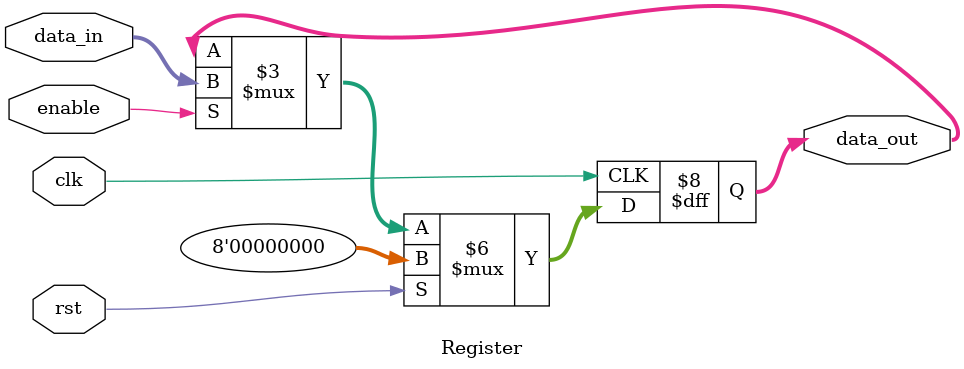
<source format=v>
module Register(input clk, input rst, input enable, input [7:0] data_in, output reg [7:0] data_out);
	always @ (posedge clk) begin
		if(rst)
			data_out <= 8'b00000000;
		else if(enable)
			data_out <= data_in;
		else
			data_out <= data_out;
	end
endmodule

</source>
